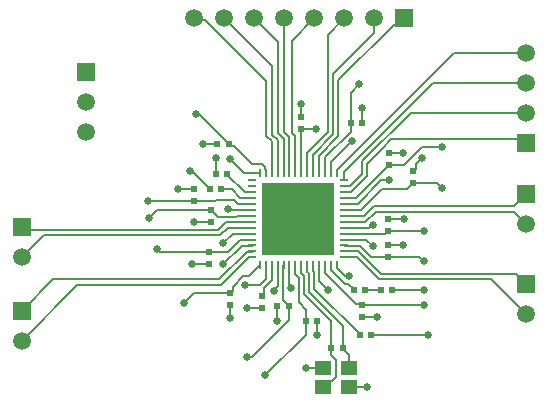
<source format=gbr>
%TF.GenerationSoftware,Altium Limited,Altium Designer,22.9.1 (49)*%
G04 Layer_Physical_Order=1*
G04 Layer_Color=10066410*
%FSLAX45Y45*%
%MOMM*%
%TF.SameCoordinates,B14F6F0A-716E-4177-8A15-EB0EAC97BD69*%
%TF.FilePolarity,Positive*%
%TF.FileFunction,Copper,L1,Top,Signal*%
%TF.Part,Single*%
G01*
G75*
%TA.AperFunction,SMDPad,CuDef*%
%ADD10R,1.40000X1.20000*%
%ADD11R,0.50000X0.60000*%
%ADD12O,0.80000X0.25000*%
%ADD13O,0.25000X0.80000*%
%ADD14R,6.10000X6.10000*%
%ADD15R,0.60000X0.50000*%
%TA.AperFunction,Conductor*%
%ADD16C,0.17780*%
%TA.AperFunction,ComponentPad*%
%ADD17R,1.50000X1.50000*%
%ADD18C,1.50000*%
%ADD19R,1.50000X1.50000*%
%TA.AperFunction,ViaPad*%
%ADD20C,0.63500*%
%ADD21C,0.50000*%
D10*
X2832100Y807700D02*
D03*
Y647700D02*
D03*
X3052100D02*
D03*
Y807700D02*
D03*
D11*
X2996400Y977900D02*
D03*
X2896400D02*
D03*
X1967700Y2324100D02*
D03*
X1867700D02*
D03*
X3237700Y1092200D02*
D03*
X3137700D02*
D03*
X3315500Y1473200D02*
D03*
X3415500D02*
D03*
X3086900D02*
D03*
X3186900D02*
D03*
X1918500Y2451100D02*
D03*
X2018500D02*
D03*
X1931200Y2705100D02*
D03*
X2031200D02*
D03*
X3161500Y2882900D02*
D03*
X3061500D02*
D03*
X2780500Y1206500D02*
D03*
X2680500D02*
D03*
X2439200Y1333500D02*
D03*
X2539200D02*
D03*
D12*
X2229900Y2398700D02*
D03*
Y2348700D02*
D03*
Y2298700D02*
D03*
Y2248700D02*
D03*
Y2198700D02*
D03*
Y2148700D02*
D03*
Y2098700D02*
D03*
Y2048700D02*
D03*
Y1998700D02*
D03*
Y1948700D02*
D03*
Y1898700D02*
D03*
Y1848700D02*
D03*
Y1798700D02*
D03*
Y1748700D02*
D03*
X3009900D02*
D03*
Y1798700D02*
D03*
Y1848700D02*
D03*
Y1898700D02*
D03*
Y1948700D02*
D03*
Y1998700D02*
D03*
Y2048700D02*
D03*
Y2098700D02*
D03*
Y2148700D02*
D03*
Y2198700D02*
D03*
Y2248700D02*
D03*
Y2298700D02*
D03*
Y2348700D02*
D03*
Y2398700D02*
D03*
D13*
X2294900Y1683700D02*
D03*
X2344900D02*
D03*
X2394900D02*
D03*
X2444900D02*
D03*
X2494900D02*
D03*
X2544900D02*
D03*
X2594900D02*
D03*
X2644900D02*
D03*
X2694900D02*
D03*
X2744900D02*
D03*
X2794900D02*
D03*
X2844900D02*
D03*
X2894900D02*
D03*
X2944900D02*
D03*
Y2463700D02*
D03*
X2894900D02*
D03*
X2844900D02*
D03*
X2794900D02*
D03*
X2744900D02*
D03*
X2694900D02*
D03*
X2644900D02*
D03*
X2594900D02*
D03*
X2544900D02*
D03*
X2494900D02*
D03*
X2444900D02*
D03*
X2394900D02*
D03*
X2344900D02*
D03*
X2294900D02*
D03*
D14*
X2619900Y2073700D02*
D03*
D15*
X2311400Y1421600D02*
D03*
Y1321600D02*
D03*
X2044700Y1347000D02*
D03*
Y1447000D02*
D03*
X3594100Y2475700D02*
D03*
Y2375700D02*
D03*
X3390900Y2628100D02*
D03*
Y2528100D02*
D03*
X3378200Y2069300D02*
D03*
Y1969300D02*
D03*
Y1853400D02*
D03*
Y1753400D02*
D03*
X3162300Y1245400D02*
D03*
Y1345400D02*
D03*
X1866900Y1689900D02*
D03*
Y1789900D02*
D03*
X1879600Y2046300D02*
D03*
Y2146300D02*
D03*
X1739900Y2323300D02*
D03*
Y2223300D02*
D03*
X2641600Y2932900D02*
D03*
Y2832900D02*
D03*
D16*
X1752600Y2959100D02*
X1782200D01*
X2031200Y2710100D01*
Y2705100D02*
Y2710100D01*
X3061500Y3137700D02*
X3136900Y3213100D01*
X3061500Y2882900D02*
Y3137700D01*
X3665805Y2679700D02*
X3835400D01*
X4518660Y2745740D02*
X4546600Y2717800D01*
X3405047Y2745740D02*
X4518660D01*
X3326610Y2667303D02*
X3405047Y2745740D01*
X3514205Y2528100D02*
X3665805Y2679700D01*
X3390900Y2528100D02*
X3514205D01*
X3796500Y2375700D02*
X3835400Y2336800D01*
X3594100Y2375700D02*
X3796500D01*
X3378200Y1969300D02*
X3682200D01*
X3644100Y1753400D02*
X3683000Y1714500D01*
X3378200Y1753400D02*
X3644100D01*
X3415500Y1473200D02*
X3683000D01*
X3162300Y1345400D02*
X3682200D01*
X3237700Y1092200D02*
X3721100D01*
X2336800Y749300D02*
X2680500Y1093000D01*
Y1206500D01*
X2184400Y901700D02*
X2226995D01*
X2539200Y1213906D02*
Y1333500D01*
X2226995Y901700D02*
X2539200Y1213906D01*
X1651000Y1358900D02*
X1739100Y1447000D01*
X2044700D01*
X1422400Y1816100D02*
X1448600Y1789900D01*
X1866900D01*
X1358900Y2082800D02*
X1422400Y2146300D01*
X1879600D01*
X1347000Y2223300D02*
X1739900D01*
X2565400Y2804775D02*
Y3581400D01*
Y2804775D02*
X2594900Y2775275D01*
X2565400Y3581400D02*
X2755900Y3771900D01*
X2641600Y2932900D02*
Y3048000D01*
X2349500Y2776413D02*
Y3238500D01*
X1754955Y3756845D02*
X1831155D01*
X1739900Y3771900D02*
X1754955Y3756845D01*
X1831155D02*
X2349500Y3238500D01*
Y2776413D02*
X2394900Y2731013D01*
X1993900Y3771900D02*
X2400300Y3365500D01*
Y2786678D02*
Y3365500D01*
Y2786678D02*
X2444900Y2742078D01*
X2451100Y2796944D02*
Y3568700D01*
Y2796944D02*
X2494900Y2753144D01*
X2247900Y3771900D02*
X2451100Y3568700D01*
X2501900Y2807210D02*
X2544900Y2764210D01*
X2501900Y2807210D02*
Y3771900D01*
X2394900Y2463700D02*
Y2731013D01*
X2444900Y2463700D02*
Y2742078D01*
X2494900Y2463700D02*
Y2753144D01*
X2544900Y2463700D02*
Y2764210D01*
X2594900Y2463700D02*
Y2775275D01*
X2959123Y2771057D02*
Y3251223D01*
X3464745Y3718745D02*
X3517900Y3771900D01*
X3426645Y3718745D02*
X3464745D01*
X2959123Y3251223D02*
X3426645Y3718745D01*
X3263900Y3644900D02*
Y3771900D01*
X2915943Y3296943D02*
X3263900Y3644900D01*
X2915943Y2788943D02*
Y3296943D01*
X2870200Y2806700D02*
Y3632200D01*
X2694900Y2631400D02*
X2870200Y2806700D01*
Y3632200D02*
X3009900Y3771900D01*
X2694900Y2463700D02*
Y2631400D01*
X3061500Y2811994D02*
Y2882900D01*
X2744900Y2617900D02*
X2915943Y2788943D01*
X2744900Y2463700D02*
Y2617900D01*
X2794900Y2606834D02*
X2959123Y2771057D01*
X2844900Y2595395D02*
X3061500Y2811994D01*
X2794900Y2463700D02*
Y2606834D01*
X2844900Y2463700D02*
Y2595395D01*
X2641600Y2832900D02*
X2767800D01*
X2641600D02*
X2644900Y2829600D01*
Y2463700D02*
Y2829600D01*
X2344900Y2463700D02*
Y2493154D01*
X2341690Y2496364D02*
X2344900Y2493154D01*
X2341690Y2496364D02*
Y2510581D01*
X2224510Y2537990D02*
X2314281D01*
X2072455Y2690045D02*
X2224510Y2537990D01*
X2031200Y2705100D02*
X2046255Y2690045D01*
X2314281Y2537990D02*
X2341690Y2510581D01*
X2046255Y2690045D02*
X2072455D01*
X1816100Y2705100D02*
X1931200D01*
X2044700Y2578100D02*
X2159100Y2463700D01*
X2294900D01*
X3161500Y2882900D02*
Y3009100D01*
X2894900Y2552000D02*
X3073400Y2730500D01*
X2894900Y2463700D02*
Y2552000D01*
X2944900Y2489246D02*
X2950464Y2494810D01*
X2952010D01*
X3937000Y3479800D01*
X4546600D01*
X2944900Y2463700D02*
Y2489246D01*
X3200825Y2434888D02*
Y2541518D01*
X3157645Y2452774D02*
Y2559404D01*
X3762976Y3225800D02*
X4546600D01*
X3570041Y2971800D02*
X4546600D01*
X3157645Y2559404D02*
X3570041Y2971800D01*
X3009900Y2472724D02*
X3762976Y3225800D01*
X3200825Y2541518D02*
X3326610Y2667303D01*
Y2667303D01*
X3009900Y2398700D02*
Y2472724D01*
X3054953Y2350081D02*
X3157645Y2452774D01*
X3011282Y2350081D02*
X3054953D01*
X3009900Y2348700D02*
X3011282Y2350081D01*
X3066019Y2300082D02*
X3200825Y2434888D01*
X3011282Y2300082D02*
X3066019D01*
X3009900Y2298700D02*
X3011282Y2300082D01*
X1981200Y1866900D02*
X2063000Y1948700D01*
X1866900Y1789900D02*
X2020934D01*
X2129734Y1898700D01*
X1960046Y1937080D02*
X2021666Y1998700D01*
X2010600Y2048700D02*
X2229900D01*
X1942160Y1980260D02*
X2010600Y2048700D01*
X305740Y1980260D02*
X1942160D01*
X2021666Y1998700D02*
X2229900D01*
X463880Y1937080D02*
X1960046D01*
X279400Y1752600D02*
X463880Y1937080D01*
X2063000Y1948700D02*
X2229900D01*
X2228519Y2150082D02*
X2229900Y2148700D01*
X1884600Y2146300D02*
X1939020Y2091880D01*
X2093902D01*
X279400Y2006600D02*
X305740Y1980260D01*
X2093902Y2091880D02*
X2100722Y2098700D01*
X2029538Y2150082D02*
X2228519D01*
X2021700Y2157920D02*
X2029538Y2150082D01*
X1738300Y2046300D02*
X1879600D01*
X1965000Y1511300D02*
X2202400Y1748700D01*
X279400Y1041400D02*
X749300Y1511300D01*
X1965000D01*
X546100Y1562100D02*
X1947595D01*
X279400Y1295400D02*
X546100Y1562100D01*
X1947595D02*
X2182813Y1797318D01*
X2202400Y1748700D02*
X2229900D01*
X2228519Y1797318D02*
X2229900Y1798700D01*
X2182813Y1797318D02*
X2228519D01*
X2154505Y1587500D02*
X2198700D01*
X2065810Y1498804D02*
X2154505Y1587500D01*
X2198700D02*
X2294900Y1683700D01*
X4445000Y2184400D02*
X4546600Y2286000D01*
X3261840Y2184400D02*
X4445000D01*
X3176140Y2098700D02*
X3261840Y2184400D01*
X3187205Y2048700D02*
X3273845Y2135340D01*
X4443260D02*
X4546600Y2032000D01*
X3273845Y2135340D02*
X4443260D01*
X3378200Y2069300D02*
X3517100D01*
X3009900Y2098700D02*
X3176140D01*
X3009900Y2048700D02*
X3187205D01*
X3319634Y1605280D02*
X4465320D01*
X4546600Y1524000D01*
X3301748Y1562100D02*
X4254500D01*
X3126214Y1798700D02*
X3319634Y1605280D01*
X3115148Y1748700D02*
X3301748Y1562100D01*
X4254500D02*
X4546600Y1270000D01*
X3009900Y1748700D02*
X3115148D01*
X3009900Y1798700D02*
X3126214D01*
X1981200Y1689100D02*
X2139418Y1847318D01*
X2065810Y1463110D02*
Y1498804D01*
X2044700Y1447000D02*
X2049700D01*
X2065810Y1463110D01*
X2044700Y1231900D02*
Y1347000D01*
X3615210Y2535710D02*
X3670300Y2590800D01*
X3615210Y2491810D02*
Y2535710D01*
X3594100Y2475700D02*
X3599100D01*
X3615210Y2491810D01*
X3218228Y1998700D02*
X3238828Y2019300D01*
X3009900Y1998700D02*
X3218228D01*
X3238828Y2019300D02*
X3251200D01*
X3542500Y2324100D02*
X3594100Y2375700D01*
X3327400Y2324100D02*
X3542500D01*
X3152000Y2148700D02*
X3327400Y2324100D01*
X3009900Y2248700D02*
X3104465D01*
X3363545Y2507780D01*
X3323589Y2399724D02*
X3390324D01*
X3390900Y2400300D01*
X3009900Y2198700D02*
X3122566D01*
X3323589Y2399724D01*
X3009900Y2148700D02*
X3152000D01*
X3385900Y2528100D02*
X3390900D01*
X3363545Y2507780D02*
X3365580D01*
X3385900Y2528100D01*
X3390900Y2628100D02*
X3504400D01*
X3373200Y1969300D02*
X3378200D01*
X3352600Y1948700D02*
X3373200Y1969300D01*
X3009900Y1948700D02*
X3352600D01*
X3194000Y1898700D02*
X3251200Y1841500D01*
X3009900Y1898700D02*
X3194000D01*
X3232580Y1753400D02*
X3378200D01*
X3011282Y1847318D02*
X3138661D01*
X3232580Y1753400D01*
X3009900Y1848700D02*
X3011282Y1847318D01*
X3378200Y1853400D02*
X3504400D01*
X2794900Y1548500D02*
X2870200Y1473200D01*
X2493519Y1682318D02*
X2494900Y1683700D01*
X2490100Y1635229D02*
X2491690Y1636819D01*
X2493519Y1649713D02*
Y1682318D01*
X2490100Y1387600D02*
Y1635229D01*
X2491690Y1647885D02*
X2493519Y1649713D01*
X2491690Y1636819D02*
Y1647885D01*
X2413000Y1472872D02*
X2444900Y1504772D01*
X2413000Y1460500D02*
Y1472872D01*
X2444900Y1504772D02*
Y1683700D01*
X2490100Y1387600D02*
X2539200Y1338500D01*
X2332510Y1437710D02*
Y1489949D01*
X2751720Y1483180D02*
X3137700Y1097200D01*
X2547392Y1498751D02*
Y1515923D01*
X2171700Y1511300D02*
X2292796D01*
X2622180Y1365620D02*
X2682240Y1305560D01*
X2547392Y1498751D02*
X2556140Y1490003D01*
X2708540Y1457060D02*
Y1611889D01*
X2594900Y1603398D02*
X2622180Y1576118D01*
X2665360Y1439174D02*
Y1594004D01*
X2708540Y1457060D02*
X2996400Y1169200D01*
X2665360Y1439174D02*
X2896400Y1208134D01*
X2622180Y1365620D02*
Y1576118D01*
X2332510Y1489949D02*
X2394900Y1552339D01*
X2644900Y1614464D02*
X2665360Y1594004D01*
X2292796Y1511300D02*
X2344900Y1563405D01*
X2794900Y1548500D02*
Y1683700D01*
X2746282Y1635213D02*
X2751720Y1629775D01*
X2344900Y1563405D02*
Y1683700D01*
X2544900Y1518415D02*
X2547392Y1515923D01*
X2694900Y1625529D02*
X2708540Y1611889D01*
X2394900Y1552339D02*
Y1683700D01*
X2751720Y1483180D02*
Y1629775D01*
X2744900Y1683700D02*
X2746282Y1682318D01*
X3137700Y1092200D02*
Y1097200D01*
X2746282Y1635213D02*
Y1682318D01*
X2439200Y1207300D02*
Y1333500D01*
X2185200Y1321600D02*
X2311400D01*
X2316400Y1421600D02*
X2332510Y1437710D01*
X2311400Y1421600D02*
X2316400D01*
X2844900Y1611707D02*
Y1683700D01*
Y1611707D02*
X3105630Y1350977D01*
X2544900Y1518415D02*
Y1683700D01*
X2896400Y977900D02*
Y1208134D01*
Y921230D02*
Y977900D01*
X2682240Y1208240D02*
Y1305560D01*
X2539200Y1333500D02*
Y1338500D01*
X2594900Y1603398D02*
Y1683700D01*
X2996400Y977900D02*
Y1169200D01*
X2687300Y807700D02*
X2832100D01*
X3052100Y647700D02*
X3200400D01*
X2832100D02*
X2883210Y698810D01*
X2901704D01*
X2936390Y733497D02*
Y881903D01*
X2916303Y901990D02*
X2936390Y881903D01*
X2915640Y901990D02*
X2916303D01*
X2901704Y698810D02*
X2936390Y733497D01*
X2896400Y921230D02*
X2915640Y901990D01*
X2694900Y1625529D02*
Y1683700D01*
X2644900Y1614464D02*
Y1683700D01*
X2996400Y972900D02*
X3052100Y917200D01*
Y807700D02*
Y917200D01*
X2996400Y972900D02*
Y977900D01*
X2780500Y1093000D02*
Y1206500D01*
X2680500D02*
X2682240Y1208240D01*
X3162300Y1245400D02*
X3288500D01*
X3105630Y1350977D02*
X3156723D01*
X3162300Y1345400D01*
X3186900Y1473200D02*
X3315500D01*
X2894900Y1683700D02*
X2896281Y1682318D01*
Y1638647D02*
Y1682318D01*
Y1638647D02*
X3013469Y1521460D01*
X3043640D01*
X3086900Y1478200D01*
Y1473200D02*
Y1478200D01*
X3013600Y1587500D02*
X3048000D01*
X2944900Y1656200D02*
Y1683700D01*
Y1656200D02*
X3013600Y1587500D01*
X1739900Y2223300D02*
X1912867D01*
X1923357Y2233790D02*
X2075215D01*
X1912867Y2223300D02*
X1923357Y2233790D01*
X2075215D02*
X2110305Y2198700D01*
X2129734Y1898700D02*
X2229900D01*
X2139418Y1847318D02*
X2228519D01*
X2229900Y1848700D01*
X1715300Y1689900D02*
X1866900D01*
X1918500Y2451100D02*
Y2590000D01*
X1701800Y2476500D02*
X1720300D01*
X1867700Y2329100D01*
Y2324100D02*
Y2329100D01*
X1601000Y2323300D02*
X1739900D01*
X1879600Y2146300D02*
X1884600D01*
X2100722Y2098700D02*
X2229900D01*
X2110305Y2198700D02*
X2229900D01*
X2129828Y2248700D02*
X2229900D01*
X1967700Y2324100D02*
X2054428D01*
X2129828Y2248700D01*
X2018500Y2446100D02*
X2165900Y2298700D01*
X2229900D01*
X2018500Y2446100D02*
Y2451100D01*
D17*
X825500Y3314700D02*
D03*
X4546600Y1524000D02*
D03*
Y2286000D02*
D03*
X279400Y2006600D02*
D03*
Y1295400D02*
D03*
X4546600Y2717800D02*
D03*
D18*
X825500Y3060700D02*
D03*
Y2806700D02*
D03*
X4546600Y1270000D02*
D03*
Y2032000D02*
D03*
X279400Y1752600D02*
D03*
Y1041400D02*
D03*
X3263900Y3771900D02*
D03*
X3009900D02*
D03*
X2755900D02*
D03*
X2501900D02*
D03*
X2247900D02*
D03*
X1993900D02*
D03*
X1739900D02*
D03*
X4546600Y3479800D02*
D03*
Y3225800D02*
D03*
Y2971800D02*
D03*
D19*
X3517900Y3771900D02*
D03*
D20*
X1752600Y2959100D02*
D03*
X3136900Y3213100D02*
D03*
X3835400Y2679700D02*
D03*
Y2336800D02*
D03*
X3682200Y1969300D02*
D03*
X3683000Y1714500D02*
D03*
Y1473200D02*
D03*
X3682200Y1345400D02*
D03*
X3721100Y1092200D02*
D03*
X2336800Y749300D02*
D03*
X2184400Y901700D02*
D03*
X1651000Y1358900D02*
D03*
X1422400Y1816100D02*
D03*
X1358900Y2082800D02*
D03*
X1347000Y2223300D02*
D03*
X2641600Y3048000D02*
D03*
X2767800Y2832900D02*
D03*
X1816100Y2705100D02*
D03*
X2044700Y2578100D02*
D03*
X3161500Y3009100D02*
D03*
X3073400Y2730500D02*
D03*
X1981200Y1866900D02*
D03*
X2021700Y2157920D02*
D03*
X1738300Y2046300D02*
D03*
X3517100Y2069300D02*
D03*
X1981200Y1689100D02*
D03*
X2044700Y1231900D02*
D03*
X3670300Y2590800D02*
D03*
X3251200Y2019300D02*
D03*
X3390900Y2400300D02*
D03*
X3504400Y2628100D02*
D03*
X3251200Y1841500D02*
D03*
X3504400Y1853400D02*
D03*
X2870200Y1473200D02*
D03*
X2413000Y1460500D02*
D03*
X2556140Y1490003D02*
D03*
X2439200Y1207300D02*
D03*
X2185200Y1321600D02*
D03*
X2171700Y1511300D02*
D03*
X2687300Y807700D02*
D03*
X3200400Y647700D02*
D03*
X2780500Y1093000D02*
D03*
X3288500Y1245400D02*
D03*
X3048000Y1587500D02*
D03*
X1715300Y1689900D02*
D03*
X1601000Y2323300D02*
D03*
X1701800Y2476500D02*
D03*
X1918500Y2590000D02*
D03*
D21*
X2399900Y2293700D02*
D03*
X2509900D02*
D03*
X2619900D02*
D03*
X2729900D02*
D03*
X2839900D02*
D03*
X2399900Y2183700D02*
D03*
X2509900D02*
D03*
X2619900D02*
D03*
X2729900D02*
D03*
X2839900D02*
D03*
X2399900Y2073700D02*
D03*
X2509900D02*
D03*
X2619900D02*
D03*
X2729900D02*
D03*
X2839900D02*
D03*
X2399900Y1963700D02*
D03*
X2509900D02*
D03*
X2619900D02*
D03*
X2729900D02*
D03*
X2839900D02*
D03*
X2399900Y1853700D02*
D03*
X2509900D02*
D03*
X2619900D02*
D03*
X2729900D02*
D03*
X2839900D02*
D03*
%TF.MD5,7c0e33e5241db76d3fc7732a75d87718*%
M02*

</source>
